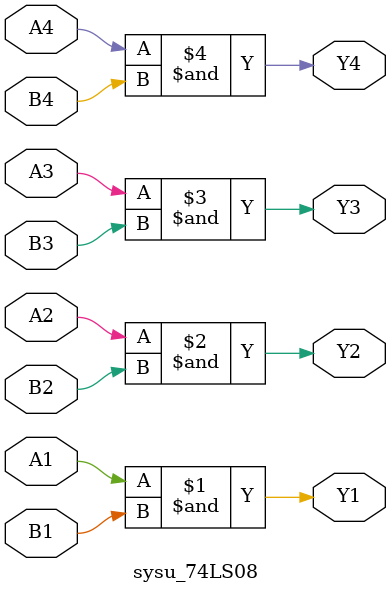
<source format=v>
`timescale 1ns / 1ps


module sysu_74LS08 #(parameter Delay = 0)(
    input wire A1,B1,A2,B2,A3,B3,A4,B4,
    output wire Y1,Y2,Y3,Y4
    );
    
    and #Delay (Y1,A1,B1);
    and #Delay (Y2,A2,B2);
    and #Delay (Y3,A3,B3);
    and #Delay (Y4,A4,B4);
    
endmodule
</source>
